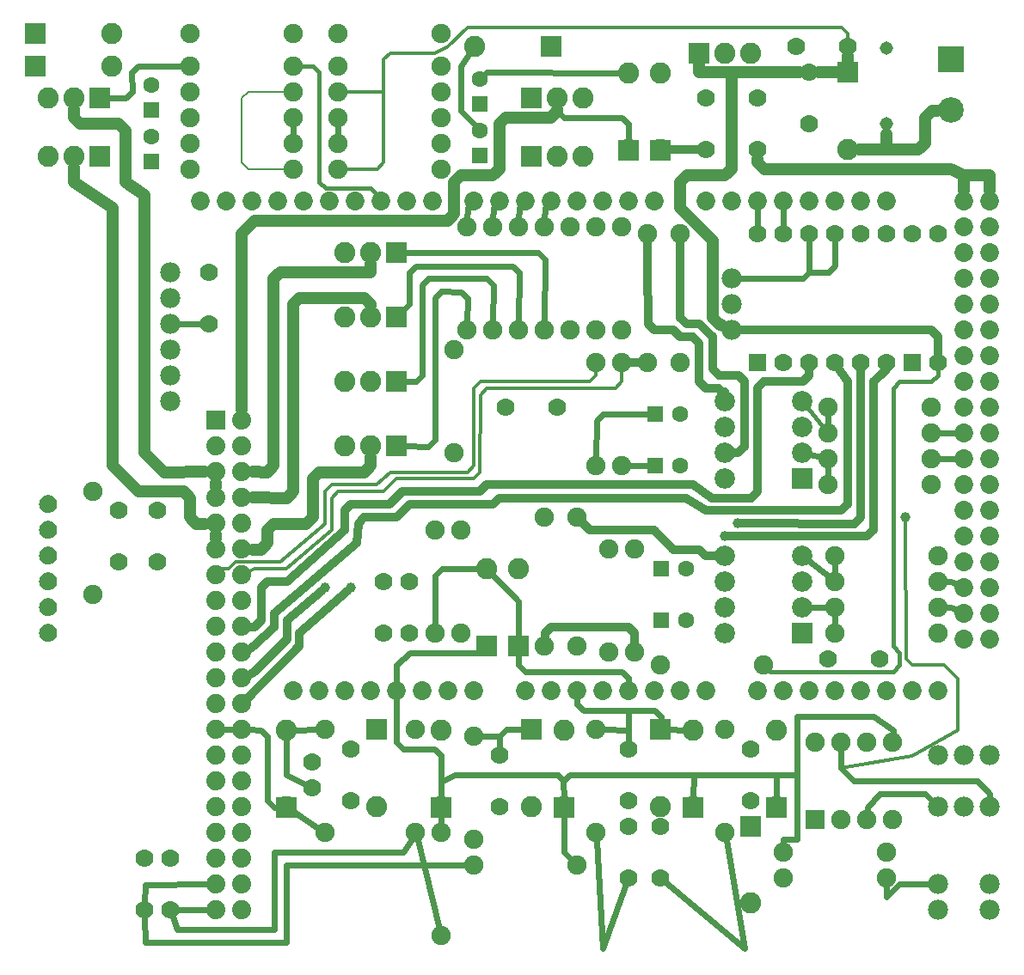
<source format=gtl>
G04 MADE WITH FRITZING*
G04 WWW.FRITZING.ORG*
G04 DOUBLE SIDED*
G04 HOLES PLATED*
G04 CONTOUR ON CENTER OF CONTOUR VECTOR*
%ASAXBY*%
%FSLAX23Y23*%
%MOIN*%
%OFA0B0*%
%SFA1.0B1.0*%
%ADD10C,0.070000*%
%ADD11C,0.039370*%
%ADD12C,0.075000*%
%ADD13C,0.074000*%
%ADD14C,0.072917*%
%ADD15C,0.082000*%
%ADD16C,0.078000*%
%ADD17C,0.051496*%
%ADD18C,0.079370*%
%ADD19C,0.062992*%
%ADD20C,0.099055*%
%ADD21R,0.070000X0.070000*%
%ADD22R,0.075000X0.075000*%
%ADD23R,0.074000X0.074000*%
%ADD24R,0.082000X0.082000*%
%ADD25R,0.079370X0.079370*%
%ADD26R,0.062992X0.062992*%
%ADD27R,0.099055X0.099055*%
%ADD28C,0.012000*%
%ADD29C,0.024000*%
%ADD30C,0.048000*%
%ADD31C,0.032000*%
%ADD32C,0.016000*%
%ADD33C,0.008000*%
%ADD34R,0.001000X0.001000*%
%LNCOPPER1*%
G90*
G70*
G54D10*
X3591Y3003D03*
X3591Y2503D03*
X3491Y3003D03*
X3491Y2503D03*
X3391Y3003D03*
X3391Y2503D03*
X3291Y3003D03*
X3291Y2503D03*
X3191Y3003D03*
X3191Y2503D03*
X3091Y3003D03*
X3091Y2503D03*
X2991Y3003D03*
X2991Y2503D03*
X2891Y3003D03*
X2891Y2503D03*
G54D11*
X3466Y1903D03*
G54D12*
X3116Y728D03*
X3116Y1028D03*
X3216Y728D03*
X3216Y1028D03*
X3316Y728D03*
X3316Y1028D03*
X3416Y728D03*
X3416Y1028D03*
G54D13*
X891Y2278D03*
X891Y2178D03*
X891Y2078D03*
X891Y1978D03*
X891Y1878D03*
X891Y1778D03*
X891Y1678D03*
X891Y1578D03*
X891Y1478D03*
X891Y1378D03*
X891Y1278D03*
X891Y1178D03*
X891Y1078D03*
X891Y978D03*
X891Y878D03*
X891Y778D03*
X891Y678D03*
X891Y578D03*
X891Y478D03*
X891Y378D03*
X791Y2278D03*
X791Y2178D03*
X791Y2078D03*
X791Y1978D03*
X791Y1878D03*
X791Y1778D03*
X791Y1678D03*
X791Y1578D03*
X791Y1478D03*
X791Y1378D03*
X791Y1278D03*
X791Y1178D03*
X791Y1078D03*
X791Y978D03*
X791Y878D03*
X791Y778D03*
X791Y678D03*
X791Y578D03*
X791Y478D03*
X791Y378D03*
G54D14*
X2991Y1228D03*
X1391Y1228D03*
X3091Y1228D03*
X3191Y1228D03*
X3291Y1228D03*
X3391Y1228D03*
X3691Y2628D03*
X3491Y1228D03*
X3591Y1228D03*
X1431Y3128D03*
X1991Y1228D03*
X2091Y1228D03*
X2191Y1228D03*
X2291Y1228D03*
X3691Y1828D03*
X2391Y1228D03*
X2491Y1228D03*
X2591Y1228D03*
X2691Y1228D03*
X2191Y3128D03*
X3691Y3028D03*
X3691Y2228D03*
X3691Y1428D03*
X1031Y3128D03*
X1791Y1228D03*
X1791Y3128D03*
X3691Y2828D03*
X3691Y2428D03*
X3691Y2028D03*
X3391Y3128D03*
X3691Y1628D03*
X3291Y3128D03*
X3191Y3128D03*
X3091Y3128D03*
X2991Y3128D03*
X2891Y3128D03*
X2791Y3128D03*
X2691Y3128D03*
X831Y3128D03*
X1231Y3128D03*
X1631Y3128D03*
X1191Y1228D03*
X1591Y1228D03*
X2391Y3128D03*
X1991Y3128D03*
X3691Y3128D03*
X3691Y2928D03*
X3691Y2728D03*
X3691Y2528D03*
X3691Y2328D03*
X3691Y2128D03*
X3691Y1928D03*
X3691Y1728D03*
X3691Y1528D03*
X731Y3128D03*
X931Y3128D03*
X1131Y3128D03*
X1331Y3128D03*
X1531Y3128D03*
X1091Y1228D03*
X1291Y1228D03*
X1491Y1228D03*
X1691Y1228D03*
X2491Y3128D03*
X2291Y3128D03*
X2091Y3128D03*
X1891Y3128D03*
X3791Y3128D03*
X3791Y3028D03*
X3791Y2928D03*
X3791Y2828D03*
X3791Y2728D03*
X3791Y2628D03*
X3791Y2528D03*
X3791Y2428D03*
X3791Y2328D03*
X3791Y2228D03*
X3791Y2128D03*
X3791Y2028D03*
X3791Y1928D03*
X3791Y1828D03*
X3791Y1728D03*
X3791Y1628D03*
X3791Y1528D03*
X3791Y1428D03*
X2891Y1228D03*
G54D10*
X141Y1953D03*
X141Y1853D03*
X141Y1753D03*
X141Y1653D03*
X141Y1553D03*
X141Y1453D03*
G54D15*
X1491Y2428D03*
X1391Y2428D03*
X1291Y2428D03*
X1491Y2928D03*
X1391Y2928D03*
X1291Y2928D03*
X1491Y2678D03*
X1391Y2678D03*
X1291Y2678D03*
X1491Y2178D03*
X1391Y2178D03*
X1291Y2178D03*
G54D10*
X1166Y953D03*
X1166Y853D03*
G54D12*
X1216Y678D03*
X1216Y1078D03*
G54D15*
X2516Y3328D03*
X2516Y3626D03*
G54D12*
X316Y2003D03*
X316Y1603D03*
G54D16*
X616Y2853D03*
X616Y2753D03*
X616Y2653D03*
X616Y2553D03*
X616Y2453D03*
X616Y2353D03*
X3591Y778D03*
X3691Y778D03*
X3791Y778D03*
X3791Y978D03*
X3691Y978D03*
X3591Y978D03*
X2791Y2828D03*
X2791Y2728D03*
X2791Y2628D03*
G54D12*
X2991Y603D03*
X3391Y603D03*
X2991Y503D03*
X3391Y503D03*
G54D16*
X3591Y478D03*
X3591Y378D03*
X3791Y478D03*
X3791Y378D03*
G54D12*
X3591Y1453D03*
X3191Y1453D03*
X2366Y3028D03*
X2366Y2628D03*
X2266Y3028D03*
X2266Y2628D03*
X3566Y2028D03*
X3166Y2028D03*
X3591Y1753D03*
X3191Y1753D03*
X2166Y3028D03*
X2166Y2628D03*
X1716Y2153D03*
X1716Y2553D03*
X3566Y2328D03*
X3166Y2328D03*
G54D15*
X2666Y3703D03*
X2766Y3703D03*
X2866Y3703D03*
G54D10*
X3041Y3728D03*
X3241Y3728D03*
X2891Y3528D03*
X2891Y3328D03*
X3091Y3428D03*
X3091Y3628D03*
X2691Y3528D03*
X2691Y3328D03*
G54D15*
X3241Y3628D03*
X3241Y3330D03*
G54D17*
X3391Y3428D03*
X3391Y3723D03*
X3391Y3428D03*
X3391Y3723D03*
G54D18*
X3066Y1453D03*
X2766Y1453D03*
X3066Y1553D03*
X2766Y1553D03*
X3066Y1653D03*
X2766Y1653D03*
X3066Y1753D03*
X2766Y1753D03*
X3066Y2053D03*
X2766Y2053D03*
X3066Y2153D03*
X2766Y2153D03*
X3066Y2253D03*
X2766Y2253D03*
X3066Y2353D03*
X2766Y2353D03*
G54D12*
X3591Y1553D03*
X3191Y1553D03*
X1866Y3028D03*
X1866Y2628D03*
X1966Y3028D03*
X1966Y2628D03*
X3566Y2128D03*
X3166Y2128D03*
X3591Y1653D03*
X3191Y1653D03*
X2066Y3028D03*
X2066Y2628D03*
X1766Y3028D03*
X1766Y2628D03*
X3566Y2228D03*
X3166Y2228D03*
G54D10*
X3366Y1353D03*
X3166Y1353D03*
G54D12*
X2066Y1403D03*
X2066Y1903D03*
G54D10*
X1916Y2328D03*
X2116Y2328D03*
G54D12*
X2591Y2503D03*
X2591Y3003D03*
X2191Y1903D03*
X2191Y1403D03*
X2466Y3003D03*
X2466Y2503D03*
X2416Y1778D03*
X2416Y1378D03*
X2266Y2103D03*
X2266Y2503D03*
X2316Y1778D03*
X2316Y1378D03*
X2366Y2103D03*
X2366Y2503D03*
G54D19*
X2518Y1703D03*
X2616Y1703D03*
X2493Y2303D03*
X2591Y2303D03*
X2518Y1503D03*
X2616Y1503D03*
X2493Y2103D03*
X2591Y2103D03*
G54D12*
X1741Y1853D03*
X1741Y1453D03*
X2191Y553D03*
X1791Y553D03*
X1666Y678D03*
X1666Y278D03*
G54D10*
X1891Y778D03*
X1891Y978D03*
X516Y578D03*
X516Y378D03*
X1316Y803D03*
X1316Y1003D03*
X616Y578D03*
X616Y378D03*
G54D12*
X1791Y653D03*
X1791Y1053D03*
X1566Y678D03*
X1566Y1078D03*
G54D15*
X2141Y778D03*
X2141Y1076D03*
X1416Y1078D03*
X1416Y780D03*
X1666Y778D03*
X1666Y1076D03*
X1066Y778D03*
X1066Y1076D03*
X1966Y1403D03*
X1966Y1701D03*
X2016Y1078D03*
X2016Y780D03*
G54D10*
X2866Y803D03*
X2866Y1003D03*
X566Y1728D03*
X566Y1928D03*
X2391Y803D03*
X2391Y1003D03*
X766Y2853D03*
X766Y2653D03*
X416Y1728D03*
X416Y1928D03*
X2516Y703D03*
X2516Y503D03*
X2391Y703D03*
X2391Y503D03*
G54D12*
X2766Y678D03*
X2766Y1078D03*
X2266Y678D03*
X2266Y1078D03*
G54D15*
X2966Y778D03*
X2966Y1076D03*
X2641Y778D03*
X2641Y1076D03*
X2866Y703D03*
X2866Y405D03*
X2516Y1078D03*
X2516Y780D03*
G54D12*
X2916Y1328D03*
X2516Y1328D03*
G54D10*
X1441Y1453D03*
X1441Y1653D03*
X1541Y1653D03*
X1541Y1453D03*
G54D12*
X1641Y1853D03*
X1641Y1453D03*
G54D15*
X1841Y1403D03*
X1841Y1701D03*
G54D12*
X1091Y3253D03*
X691Y3253D03*
X1266Y3253D03*
X1666Y3253D03*
X1091Y3553D03*
X691Y3553D03*
X1265Y3552D03*
X1665Y3552D03*
G54D19*
X542Y3281D03*
X542Y3379D03*
X1816Y3305D03*
X1816Y3403D03*
X542Y3481D03*
X542Y3579D03*
X1816Y3505D03*
X1816Y3603D03*
G54D15*
X91Y3653D03*
X389Y3653D03*
X2091Y3728D03*
X1793Y3728D03*
X91Y3778D03*
X389Y3778D03*
X2391Y3328D03*
X2391Y3626D03*
X341Y3303D03*
X241Y3303D03*
X141Y3303D03*
X2016Y3303D03*
X2116Y3303D03*
X2216Y3303D03*
X342Y3529D03*
X242Y3529D03*
X142Y3529D03*
X2016Y3528D03*
X2116Y3528D03*
X2216Y3528D03*
G54D12*
X1091Y3353D03*
X691Y3353D03*
X1265Y3352D03*
X1665Y3352D03*
X1091Y3653D03*
X691Y3653D03*
X1265Y3652D03*
X1665Y3652D03*
X1091Y3453D03*
X691Y3453D03*
X1265Y3452D03*
X1665Y3452D03*
X1091Y3778D03*
X691Y3778D03*
X1266Y3778D03*
X1666Y3778D03*
G54D20*
X3641Y3678D03*
X3641Y3481D03*
G54D11*
X2816Y1878D03*
X2766Y1828D03*
X1216Y1628D03*
X1316Y1628D03*
G54D21*
X2891Y2503D03*
X3491Y2503D03*
G54D22*
X3116Y728D03*
G54D23*
X791Y2278D03*
G54D24*
X1491Y2428D03*
X1491Y2928D03*
X1491Y2678D03*
X1491Y2178D03*
X2516Y3327D03*
X2666Y3703D03*
X3241Y3629D03*
G54D25*
X3066Y1453D03*
X3066Y2053D03*
G54D26*
X2518Y1703D03*
X2493Y2303D03*
X2518Y1503D03*
X2493Y2103D03*
G54D24*
X2141Y777D03*
X1416Y1079D03*
X1666Y777D03*
X1066Y777D03*
X1966Y1402D03*
X2016Y1079D03*
X2966Y777D03*
X2641Y777D03*
X2866Y704D03*
X2516Y1079D03*
X1841Y1402D03*
G54D26*
X542Y3281D03*
X1816Y3305D03*
X542Y3481D03*
X1816Y3505D03*
G54D24*
X90Y3653D03*
X2092Y3728D03*
X90Y3778D03*
X2391Y3327D03*
X341Y3303D03*
X2016Y3303D03*
X342Y3529D03*
X2016Y3528D03*
G54D27*
X3641Y3678D03*
G54D28*
X3467Y1352D02*
X3466Y1890D01*
D02*
X3491Y1328D02*
X3467Y1352D01*
D02*
X3616Y1328D02*
X3491Y1328D01*
D02*
X3667Y1277D02*
X3616Y1328D01*
D02*
X3667Y1077D02*
X3667Y1277D01*
G54D29*
D02*
X3191Y2879D02*
X3191Y2977D01*
D02*
X3167Y2852D02*
X3191Y2879D01*
D02*
X3067Y2828D02*
X3091Y2852D01*
D02*
X3091Y2852D02*
X3167Y2852D01*
D02*
X3091Y2852D02*
X3091Y2977D01*
D02*
X2821Y2828D02*
X3067Y2828D01*
D02*
X2991Y3098D02*
X2991Y3029D01*
D02*
X2891Y3098D02*
X2891Y3029D01*
D02*
X3642Y1552D02*
X3620Y1553D01*
D02*
X3642Y1652D02*
X3620Y1653D01*
D02*
X3664Y1642D02*
X3642Y1652D01*
D02*
X3664Y1542D02*
X3642Y1552D01*
G54D30*
D02*
X1067Y1977D02*
X1091Y2004D01*
D02*
X991Y2077D02*
X1016Y2104D01*
D02*
X1042Y2852D02*
X1391Y2852D01*
D02*
X1367Y2752D02*
X1391Y2728D01*
D02*
X1391Y2728D02*
X1391Y2721D01*
D02*
X1116Y2752D02*
X1367Y2752D01*
D02*
X1091Y2004D02*
X1091Y2728D01*
D02*
X1091Y2728D02*
X1116Y2752D01*
D02*
X933Y1978D02*
X1067Y1977D01*
D02*
X1016Y2104D02*
X1016Y2828D01*
D02*
X933Y2078D02*
X991Y2077D01*
D02*
X1391Y2852D02*
X1391Y2885D01*
D02*
X1016Y2828D02*
X1042Y2852D01*
G54D28*
D02*
X3491Y977D02*
X3667Y1077D01*
D02*
X3216Y928D02*
X3491Y977D01*
D02*
X2266Y2453D02*
X2266Y2480D01*
D02*
X2240Y2428D02*
X2266Y2453D01*
D02*
X1816Y2077D02*
X1817Y2377D01*
D02*
X1817Y2428D02*
X2240Y2428D01*
D02*
X1791Y2104D02*
X1791Y2403D01*
D02*
X1791Y2403D02*
X1817Y2428D01*
D02*
X1791Y2052D02*
X1816Y2077D01*
D02*
X1440Y2004D02*
X1491Y2052D01*
D02*
X1266Y2003D02*
X1440Y2004D01*
D02*
X1491Y2052D02*
X1791Y2052D01*
D02*
X1242Y1977D02*
X1266Y2003D01*
D02*
X1767Y2077D02*
X1791Y2104D01*
D02*
X1416Y2028D02*
X1467Y2077D01*
D02*
X1467Y2077D02*
X1767Y2077D01*
D02*
X1242Y2028D02*
X1416Y2028D01*
D02*
X842Y1704D02*
X867Y1728D01*
D02*
X816Y1704D02*
X842Y1704D01*
D02*
X1216Y1877D02*
X1216Y2004D01*
D02*
X1216Y2004D02*
X1242Y2028D01*
D02*
X1042Y1728D02*
X1216Y1877D01*
D02*
X867Y1728D02*
X1042Y1728D01*
D02*
X809Y1696D02*
X816Y1704D01*
G54D30*
D02*
X1367Y2077D02*
X1391Y2104D01*
D02*
X1191Y2077D02*
X1367Y2077D01*
D02*
X1016Y1877D02*
X1142Y1877D01*
D02*
X1142Y1877D02*
X1167Y1904D01*
D02*
X967Y1777D02*
X991Y1804D01*
D02*
X991Y1804D02*
X991Y1852D01*
D02*
X991Y1852D02*
X1016Y1877D01*
D02*
X1167Y1904D02*
X1167Y2052D01*
D02*
X1167Y2052D02*
X1191Y2077D01*
D02*
X1391Y2104D02*
X1391Y2135D01*
D02*
X933Y1777D02*
X967Y1777D01*
D02*
X791Y1836D02*
X791Y1820D01*
G54D28*
D02*
X2366Y2428D02*
X2366Y2480D01*
D02*
X2340Y2403D02*
X2366Y2428D01*
D02*
X2217Y2403D02*
X2340Y2403D01*
D02*
X1842Y2403D02*
X2217Y2403D01*
D02*
X1817Y2377D02*
X1842Y2403D01*
D02*
X942Y1703D02*
X1066Y1703D01*
D02*
X1242Y1853D02*
X1242Y1977D01*
D02*
X1066Y1703D02*
X1242Y1853D01*
D02*
X914Y1689D02*
X942Y1703D01*
G54D31*
D02*
X3566Y2628D02*
X3591Y2603D01*
D02*
X2827Y2628D02*
X3566Y2628D01*
D02*
X3591Y2603D02*
X3591Y2535D01*
G54D32*
D02*
X3566Y2428D02*
X3591Y2453D01*
D02*
X3442Y2428D02*
X3566Y2428D01*
D02*
X2942Y1303D02*
X3417Y1303D01*
D02*
X3417Y1303D02*
X3440Y1328D01*
D02*
X3440Y1328D02*
X3440Y1377D01*
D02*
X3440Y1377D02*
X3417Y1403D01*
D02*
X3417Y2403D02*
X3442Y2428D01*
D02*
X3417Y1403D02*
X3417Y2403D01*
D02*
X3591Y2453D02*
X3591Y2482D01*
D02*
X2933Y1312D02*
X2942Y1303D01*
G54D29*
D02*
X966Y1077D02*
X922Y1078D01*
G54D30*
D02*
X791Y2036D02*
X791Y2020D01*
G54D29*
D02*
X517Y477D02*
X760Y478D01*
D02*
X516Y404D02*
X517Y477D01*
D02*
X642Y378D02*
X760Y378D01*
D02*
X1093Y760D02*
X1192Y694D01*
D02*
X991Y803D02*
X1017Y777D01*
D02*
X1017Y777D02*
X1034Y778D01*
D02*
X991Y1053D02*
X991Y803D01*
D02*
X966Y1077D02*
X991Y1053D01*
D02*
X822Y1078D02*
X860Y1078D01*
D02*
X1491Y1028D02*
X1517Y1002D01*
D02*
X1517Y1002D02*
X1639Y1002D01*
D02*
X1639Y1002D02*
X1665Y980D01*
D02*
X1665Y980D02*
X1665Y876D01*
D02*
X1491Y1198D02*
X1491Y1028D01*
D02*
X1991Y1303D02*
X1966Y1328D01*
D02*
X2366Y1303D02*
X1991Y1303D01*
D02*
X1966Y1328D02*
X1966Y1371D01*
D02*
X2391Y1258D02*
X2391Y1278D01*
D02*
X2391Y1278D02*
X2366Y1303D01*
D02*
X3661Y2128D02*
X3595Y2128D01*
D02*
X3595Y2228D02*
X3661Y2228D01*
G54D31*
D02*
X2566Y2628D02*
X2491Y2628D01*
D02*
X2467Y2652D02*
X2465Y2876D01*
D02*
X2491Y2628D02*
X2467Y2652D01*
D02*
X2465Y2876D02*
X2466Y2969D01*
G54D29*
D02*
X1542Y2853D02*
X1567Y2877D01*
G54D31*
D02*
X2691Y2403D02*
X2666Y2428D01*
D02*
X2740Y2403D02*
X2691Y2403D01*
D02*
X2666Y2428D02*
X2666Y2577D01*
D02*
X2666Y2577D02*
X2642Y2603D01*
D02*
X2642Y2603D02*
X2591Y2603D01*
D02*
X2766Y2377D02*
X2740Y2403D01*
D02*
X2591Y2603D02*
X2566Y2628D01*
G54D29*
D02*
X1542Y2728D02*
X1542Y2853D01*
D02*
X1514Y2701D02*
X1542Y2728D01*
D02*
X1567Y2877D02*
X1942Y2877D01*
G54D31*
D02*
X2766Y2389D02*
X2766Y2377D01*
G54D29*
D02*
X1567Y2428D02*
X1591Y2453D01*
D02*
X1591Y2453D02*
X1591Y2803D01*
D02*
X1591Y2803D02*
X1616Y2828D01*
D02*
X1616Y2828D02*
X1842Y2828D01*
D02*
X1842Y2828D02*
X1867Y2803D01*
D02*
X1967Y2853D02*
X1966Y2657D01*
D02*
X1967Y3103D02*
X1970Y3107D01*
D02*
X1966Y3057D02*
X1967Y3103D01*
D02*
X2067Y3103D02*
X2070Y3107D01*
D02*
X2066Y3057D02*
X2067Y3103D01*
D02*
X1942Y2877D02*
X1967Y2853D01*
D02*
X1523Y2428D02*
X1567Y2428D01*
D02*
X1867Y2803D02*
X1866Y2657D01*
D02*
X1767Y3103D02*
X1770Y3107D01*
D02*
X1867Y3103D02*
X1870Y3107D01*
D02*
X1866Y3057D02*
X1867Y3103D01*
D02*
X1766Y3057D02*
X1767Y3103D01*
G54D28*
D02*
X3217Y3802D02*
X3241Y3778D01*
D02*
X3241Y3778D02*
X3241Y3749D01*
D02*
X1441Y3678D02*
X1441Y3552D01*
D02*
X1641Y3704D02*
X1691Y3728D01*
D02*
X1691Y3728D02*
X1767Y3802D01*
D02*
X1767Y3802D02*
X3217Y3802D01*
D02*
X1441Y3552D02*
X1441Y3278D01*
D02*
X1441Y3278D02*
X1417Y3254D01*
D02*
X1467Y3704D02*
X1641Y3704D01*
D02*
X1467Y3704D02*
X1441Y3678D01*
G54D30*
D02*
X3241Y3671D02*
X3241Y3691D01*
D02*
X3515Y3328D02*
X3541Y3352D01*
D02*
X3541Y3452D02*
X3567Y3478D01*
D02*
X3567Y3478D02*
X3589Y3479D01*
D02*
X3541Y3352D02*
X3541Y3452D01*
D02*
X3391Y3328D02*
X3515Y3328D01*
G54D33*
D02*
X891Y3528D02*
X891Y3278D01*
G54D28*
D02*
X1417Y3254D02*
X1289Y3253D01*
G54D33*
D02*
X917Y3252D02*
X1068Y3253D01*
G54D28*
D02*
X1441Y3552D02*
X1288Y3552D01*
G54D33*
D02*
X891Y3278D02*
X917Y3252D01*
D02*
X1068Y3553D02*
X917Y3552D01*
D02*
X917Y3552D02*
X891Y3528D01*
G54D30*
D02*
X2740Y2653D02*
X2754Y2646D01*
D02*
X2717Y2677D02*
X2740Y2653D01*
D02*
X2717Y2977D02*
X2717Y2677D01*
D02*
X2666Y3028D02*
X2717Y2977D01*
D02*
X2591Y3103D02*
X2666Y3028D01*
D02*
X2591Y3203D02*
X2591Y3103D01*
D02*
X2766Y3228D02*
X2617Y3228D01*
D02*
X2791Y3253D02*
X2766Y3228D01*
D02*
X2617Y3228D02*
X2591Y3203D01*
D02*
X2791Y3628D02*
X2791Y3253D01*
D02*
X2791Y3628D02*
X3054Y3628D01*
D02*
X2666Y3660D02*
X2665Y3628D01*
D02*
X2665Y3628D02*
X2791Y3628D01*
G54D29*
D02*
X1741Y3654D02*
X1775Y3702D01*
D02*
X1742Y3479D02*
X1741Y3654D01*
D02*
X1797Y3422D02*
X1742Y3479D01*
D02*
X2391Y3428D02*
X2366Y3453D01*
D02*
X2141Y3453D02*
X2116Y3478D01*
D02*
X2366Y3453D02*
X2141Y3453D01*
D02*
X2391Y3360D02*
X2391Y3428D01*
D02*
X2116Y3478D02*
X2116Y3496D01*
D02*
X440Y3528D02*
X374Y3529D01*
D02*
X467Y3552D02*
X440Y3528D01*
D02*
X465Y3628D02*
X467Y3552D01*
D02*
X491Y3654D02*
X465Y3628D01*
D02*
X663Y3653D02*
X491Y3654D01*
D02*
X1841Y3628D02*
X1835Y3622D01*
D02*
X2359Y3626D02*
X1841Y3628D01*
D02*
X3216Y928D02*
X3216Y999D01*
D02*
X3265Y880D02*
X3216Y928D01*
D02*
X3791Y828D02*
X3743Y880D01*
D02*
X3743Y880D02*
X3265Y880D01*
D02*
X3791Y808D02*
X3791Y828D01*
D02*
X1742Y2777D02*
X1767Y2753D01*
D02*
X1767Y2753D02*
X1766Y2657D01*
D02*
X1616Y2177D02*
X1642Y2203D01*
D02*
X1642Y2203D02*
X1641Y2453D01*
D02*
X1641Y2453D02*
X1641Y2753D01*
D02*
X1641Y2753D02*
X1666Y2779D01*
D02*
X1667Y2779D02*
X1742Y2777D01*
D02*
X1523Y2178D02*
X1616Y2177D01*
D02*
X2042Y2928D02*
X1523Y2928D01*
D02*
X2066Y2657D02*
X2067Y2903D01*
D02*
X2067Y2903D02*
X2042Y2928D01*
G54D31*
D02*
X2554Y3328D02*
X2660Y3328D01*
G54D29*
D02*
X1143Y864D02*
X1065Y902D01*
D02*
X1065Y902D02*
X1066Y1044D01*
D02*
X1188Y1078D02*
X1098Y1076D01*
G54D31*
D02*
X2241Y1853D02*
X2215Y1879D01*
D02*
X2491Y1853D02*
X2241Y1853D01*
D02*
X2566Y1777D02*
X2491Y1853D01*
D02*
X2666Y1777D02*
X2566Y1777D01*
D02*
X2691Y1753D02*
X2666Y1777D01*
D02*
X2730Y1753D02*
X2691Y1753D01*
G54D29*
D02*
X1666Y707D02*
X1666Y746D01*
G54D31*
D02*
X2842Y2428D02*
X2842Y2177D01*
D02*
X2742Y2453D02*
X2817Y2453D01*
D02*
X2717Y2479D02*
X2742Y2453D01*
D02*
X2842Y2177D02*
X2816Y2152D01*
D02*
X2717Y2603D02*
X2717Y2479D01*
D02*
X2617Y2653D02*
X2666Y2653D01*
D02*
X2666Y2653D02*
X2717Y2603D01*
D02*
X2817Y2453D02*
X2842Y2428D01*
D02*
X2816Y2152D02*
X2803Y2153D01*
D02*
X2591Y2677D02*
X2617Y2653D01*
D02*
X2591Y2969D02*
X2591Y2677D01*
G54D29*
D02*
X646Y2653D02*
X740Y2653D01*
D02*
X3541Y828D02*
X3570Y799D01*
D02*
X3365Y828D02*
X3541Y828D01*
D02*
X3317Y776D02*
X3365Y828D01*
D02*
X3317Y757D02*
X3317Y776D01*
D02*
X3391Y428D02*
X3391Y474D01*
D02*
X3441Y478D02*
X3391Y428D01*
D02*
X3561Y478D02*
X3441Y478D01*
G54D30*
D02*
X3391Y3328D02*
X3284Y3329D01*
D02*
X3391Y3390D02*
X3391Y3328D01*
G54D29*
D02*
X3191Y1724D02*
X3191Y1682D01*
D02*
X3166Y2328D02*
X3166Y2257D01*
D02*
X3191Y1524D02*
X3191Y1482D01*
D02*
X3166Y2099D02*
X3166Y2057D01*
D02*
X1543Y1376D02*
X1817Y1376D01*
D02*
X1817Y1376D02*
X1820Y1379D01*
D02*
X3097Y1553D02*
X3163Y1553D01*
D02*
X3090Y1734D02*
X3169Y1671D01*
G54D30*
D02*
X3791Y3228D02*
X3791Y3169D01*
D02*
X3691Y3228D02*
X3791Y3228D01*
D02*
X2917Y3252D02*
X2891Y3278D01*
D02*
X3641Y3252D02*
X2917Y3252D01*
D02*
X2891Y3278D02*
X2891Y3291D01*
D02*
X3691Y3228D02*
X3641Y3252D01*
D02*
X3691Y3169D02*
X3691Y3228D01*
D02*
X3128Y3628D02*
X3198Y3628D01*
G54D29*
D02*
X3096Y2146D02*
X3138Y2135D01*
G54D32*
D02*
X3085Y2329D02*
X3148Y2250D01*
G54D31*
D02*
X2400Y2503D02*
X2432Y2503D01*
G54D29*
D02*
X2466Y2103D02*
X2395Y2103D01*
D02*
X2291Y2303D02*
X2267Y2277D01*
D02*
X2267Y2277D02*
X2266Y2132D01*
D02*
X2466Y2303D02*
X2291Y2303D01*
D02*
X1091Y3424D02*
X1091Y3382D01*
D02*
X1265Y3423D02*
X1265Y3381D01*
D02*
X2771Y650D02*
X2841Y228D01*
D02*
X2841Y228D02*
X2536Y486D01*
D02*
X517Y253D02*
X1066Y253D01*
D02*
X1066Y253D02*
X1066Y553D01*
D02*
X1066Y553D02*
X1763Y553D01*
D02*
X516Y352D02*
X517Y253D01*
D02*
X2142Y603D02*
X2171Y573D01*
D02*
X2141Y746D02*
X2142Y603D01*
D02*
X2291Y228D02*
X2268Y649D01*
D02*
X2382Y478D02*
X2291Y228D01*
D02*
X2391Y1076D02*
X2391Y1029D01*
D02*
X2391Y1154D02*
X2391Y1076D01*
D02*
X2217Y1154D02*
X2391Y1154D01*
D02*
X2191Y1176D02*
X2217Y1154D01*
D02*
X2191Y1198D02*
X2191Y1176D01*
D02*
X2517Y1128D02*
X2517Y1110D01*
D02*
X2491Y1154D02*
X2517Y1128D01*
D02*
X2391Y1154D02*
X2491Y1154D01*
D02*
X2609Y1077D02*
X2548Y1078D01*
D02*
X642Y303D02*
X1017Y303D01*
D02*
X1017Y303D02*
X1017Y603D01*
D02*
X625Y353D02*
X642Y303D01*
D02*
X1573Y650D02*
X1659Y306D01*
D02*
X1491Y1328D02*
X1543Y1376D01*
D02*
X1491Y1258D02*
X1491Y1328D01*
D02*
X1517Y603D02*
X1550Y654D01*
D02*
X1017Y603D02*
X1517Y603D01*
G54D32*
D02*
X1419Y3149D02*
X1417Y3153D01*
D02*
X1417Y3153D02*
X1391Y3178D01*
D02*
X1217Y3178D02*
X1191Y3204D01*
D02*
X1391Y3178D02*
X1217Y3178D01*
D02*
X1191Y3204D02*
X1191Y3628D01*
D02*
X1191Y3628D02*
X1167Y3652D01*
D02*
X1167Y3652D02*
X1114Y3653D01*
G54D30*
D02*
X516Y3152D02*
X440Y3204D01*
D02*
X516Y2152D02*
X516Y3152D01*
D02*
X591Y2077D02*
X516Y2152D01*
D02*
X749Y2078D02*
X591Y2077D01*
D02*
X440Y3204D02*
X441Y3403D01*
D02*
X441Y3403D02*
X416Y3428D01*
D02*
X266Y3428D02*
X241Y3453D01*
D02*
X241Y3453D02*
X242Y3486D01*
D02*
X416Y3428D02*
X266Y3428D01*
D02*
X1866Y3228D02*
X1891Y3253D01*
D02*
X891Y2320D02*
X891Y3004D01*
D02*
X891Y3004D02*
X942Y3052D01*
D02*
X942Y3052D02*
X1691Y3053D01*
D02*
X1691Y3053D02*
X1716Y3078D01*
D02*
X1716Y3078D02*
X1716Y3203D01*
D02*
X1716Y3203D02*
X1741Y3228D01*
D02*
X1741Y3228D02*
X1866Y3228D01*
D02*
X2116Y3478D02*
X2116Y3485D01*
D02*
X2091Y3453D02*
X2116Y3478D01*
D02*
X1916Y3453D02*
X2091Y3453D01*
D02*
X1891Y3428D02*
X1916Y3453D01*
D02*
X1891Y3253D02*
X1891Y3428D01*
D02*
X691Y1977D02*
X667Y2004D01*
D02*
X691Y1904D02*
X691Y1977D01*
D02*
X716Y1877D02*
X691Y1904D01*
D02*
X667Y2004D02*
X491Y2004D01*
D02*
X491Y2004D02*
X391Y2104D01*
D02*
X749Y1877D02*
X716Y1877D01*
D02*
X391Y3104D02*
X241Y3203D01*
D02*
X241Y3203D02*
X241Y3260D01*
D02*
X391Y2104D02*
X391Y3104D01*
G54D29*
D02*
X1917Y1080D02*
X1891Y1054D01*
D02*
X1891Y1054D02*
X1820Y1053D01*
D02*
X1984Y1079D02*
X1917Y1080D01*
D02*
X1891Y1054D02*
X1891Y1004D01*
D02*
X2391Y1076D02*
X2295Y1078D01*
D02*
X2965Y902D02*
X2966Y810D01*
D02*
X2965Y902D02*
X2643Y902D01*
D02*
X3043Y1128D02*
X3043Y902D01*
D02*
X2165Y902D02*
X2139Y880D01*
D02*
X1717Y902D02*
X1665Y876D01*
D02*
X3417Y1076D02*
X3417Y1057D01*
D02*
X2117Y902D02*
X1717Y902D01*
D02*
X3043Y902D02*
X2965Y902D01*
D02*
X2643Y902D02*
X2642Y810D01*
D02*
X2139Y880D02*
X2141Y810D01*
D02*
X3043Y1128D02*
X3341Y1128D01*
D02*
X3341Y1128D02*
X3417Y1076D01*
D02*
X3043Y654D02*
X3043Y902D01*
D02*
X2991Y654D02*
X3043Y654D01*
D02*
X2991Y632D02*
X2991Y654D01*
D02*
X2643Y902D02*
X2165Y902D01*
D02*
X2139Y880D02*
X2117Y902D01*
D02*
X1665Y876D02*
X1666Y810D01*
D02*
X1966Y1577D02*
X1864Y1678D01*
D02*
X1966Y1435D02*
X1966Y1577D01*
D02*
X1667Y1704D02*
X1809Y1701D01*
D02*
X1642Y1677D02*
X1667Y1704D01*
D02*
X1641Y1482D02*
X1642Y1677D01*
G54D31*
D02*
X2416Y1412D02*
X2416Y1452D01*
D02*
X2391Y1477D02*
X2091Y1477D01*
D02*
X2091Y1477D02*
X2067Y1452D01*
D02*
X2416Y1452D02*
X2391Y1477D01*
D02*
X2067Y1452D02*
X2067Y1437D01*
D02*
X1067Y1652D02*
X1291Y1853D01*
D02*
X991Y1652D02*
X1067Y1652D01*
D02*
X967Y1628D02*
X991Y1652D01*
D02*
X1291Y1853D02*
X1291Y1928D01*
D02*
X1316Y1952D02*
X1466Y1953D01*
D02*
X1842Y2028D02*
X2642Y2028D01*
D02*
X942Y1477D02*
X967Y1504D01*
D02*
X2642Y2028D02*
X2716Y1977D01*
D02*
X1466Y1953D02*
X1516Y2003D01*
D02*
X1516Y2003D02*
X1816Y2004D01*
D02*
X1816Y2004D02*
X1842Y2028D01*
D02*
X2867Y1977D02*
X2891Y2004D01*
D02*
X1291Y1928D02*
X1316Y1952D01*
D02*
X922Y1477D02*
X942Y1477D01*
D02*
X967Y1504D02*
X967Y1628D01*
D02*
X2716Y1977D02*
X2867Y1977D01*
D02*
X2891Y2004D02*
X2891Y2404D01*
D02*
X3067Y2428D02*
X3091Y2452D01*
D02*
X2891Y2404D02*
X2916Y2428D01*
D02*
X2916Y2428D02*
X3067Y2428D01*
D02*
X3091Y2452D02*
X3091Y2477D01*
D02*
X1339Y1802D02*
X1343Y1876D01*
D02*
X1343Y1876D02*
X1365Y1902D01*
D02*
X1017Y1528D02*
X1339Y1802D01*
D02*
X1017Y1476D02*
X1017Y1528D01*
D02*
X939Y1402D02*
X1017Y1476D01*
D02*
X3242Y2428D02*
X3209Y2477D01*
D02*
X1365Y1902D02*
X1491Y1902D01*
D02*
X3216Y1928D02*
X3242Y1952D01*
D02*
X924Y1394D02*
X939Y1402D01*
D02*
X3242Y1952D02*
X3242Y2428D01*
D02*
X2691Y1928D02*
X3216Y1928D01*
D02*
X1491Y1902D02*
X1543Y1954D01*
D02*
X1865Y1954D02*
X1891Y1976D01*
D02*
X2616Y1977D02*
X2691Y1928D01*
D02*
X1543Y1954D02*
X1865Y1954D01*
D02*
X1891Y1976D02*
X2616Y1977D01*
D02*
X3291Y1904D02*
X3291Y2477D01*
D02*
X3267Y1877D02*
X3291Y1904D01*
D02*
X2835Y1878D02*
X3267Y1877D01*
D02*
X3342Y2428D02*
X3367Y2452D01*
D02*
X3367Y2452D02*
X3391Y2477D01*
D02*
X3391Y2477D02*
X3391Y2477D01*
D02*
X2785Y1828D02*
X3316Y1828D01*
D02*
X3342Y1852D02*
X3342Y2428D01*
D02*
X3316Y1828D02*
X3342Y1852D01*
D02*
X1067Y1428D02*
X1067Y1504D01*
D02*
X942Y1304D02*
X1067Y1428D01*
D02*
X1067Y1504D02*
X1202Y1616D01*
D02*
X924Y1294D02*
X942Y1304D01*
D02*
X1116Y1404D02*
X1116Y1452D01*
D02*
X1116Y1452D02*
X1302Y1616D01*
D02*
X917Y1204D02*
X1116Y1404D01*
G54D34*
X136Y1988D02*
X146Y1988D01*
X132Y1987D02*
X150Y1987D01*
X129Y1986D02*
X152Y1986D01*
X127Y1985D02*
X154Y1985D01*
X125Y1984D02*
X156Y1984D01*
X123Y1983D02*
X158Y1983D01*
X122Y1982D02*
X159Y1982D01*
X121Y1981D02*
X161Y1981D01*
X119Y1980D02*
X162Y1980D01*
X118Y1979D02*
X163Y1979D01*
X117Y1978D02*
X164Y1978D01*
X116Y1977D02*
X165Y1977D01*
X115Y1976D02*
X166Y1976D01*
X114Y1975D02*
X167Y1975D01*
X114Y1974D02*
X168Y1974D01*
X113Y1973D02*
X168Y1973D01*
X112Y1972D02*
X169Y1972D01*
X112Y1971D02*
X170Y1971D01*
X111Y1970D02*
X170Y1970D01*
X110Y1969D02*
X171Y1969D01*
X110Y1968D02*
X136Y1968D01*
X146Y1968D02*
X172Y1968D01*
X109Y1967D02*
X133Y1967D01*
X149Y1967D02*
X172Y1967D01*
X109Y1966D02*
X131Y1966D01*
X151Y1966D02*
X172Y1966D01*
X108Y1965D02*
X130Y1965D01*
X152Y1965D02*
X173Y1965D01*
X108Y1964D02*
X129Y1964D01*
X153Y1964D02*
X173Y1964D01*
X108Y1963D02*
X128Y1963D01*
X154Y1963D02*
X174Y1963D01*
X107Y1962D02*
X127Y1962D01*
X154Y1962D02*
X174Y1962D01*
X107Y1961D02*
X127Y1961D01*
X155Y1961D02*
X174Y1961D01*
X107Y1960D02*
X126Y1960D01*
X155Y1960D02*
X174Y1960D01*
X107Y1959D02*
X126Y1959D01*
X155Y1959D02*
X175Y1959D01*
X107Y1958D02*
X126Y1958D01*
X156Y1958D02*
X175Y1958D01*
X106Y1957D02*
X125Y1957D01*
X156Y1957D02*
X175Y1957D01*
X106Y1956D02*
X125Y1956D01*
X156Y1956D02*
X175Y1956D01*
X106Y1955D02*
X125Y1955D01*
X156Y1955D02*
X175Y1955D01*
X106Y1954D02*
X125Y1954D01*
X156Y1954D02*
X175Y1954D01*
X106Y1953D02*
X125Y1953D01*
X156Y1953D02*
X175Y1953D01*
X106Y1952D02*
X125Y1952D01*
X156Y1952D02*
X175Y1952D01*
X106Y1951D02*
X125Y1951D01*
X156Y1951D02*
X175Y1951D01*
X106Y1950D02*
X125Y1950D01*
X156Y1950D02*
X175Y1950D01*
X107Y1949D02*
X126Y1949D01*
X156Y1949D02*
X175Y1949D01*
X107Y1948D02*
X126Y1948D01*
X155Y1948D02*
X175Y1948D01*
X107Y1947D02*
X126Y1947D01*
X155Y1947D02*
X174Y1947D01*
X107Y1946D02*
X127Y1946D01*
X155Y1946D02*
X174Y1946D01*
X107Y1945D02*
X127Y1945D01*
X154Y1945D02*
X174Y1945D01*
X108Y1944D02*
X128Y1944D01*
X154Y1944D02*
X174Y1944D01*
X108Y1943D02*
X129Y1943D01*
X153Y1943D02*
X173Y1943D01*
X109Y1942D02*
X130Y1942D01*
X152Y1942D02*
X173Y1942D01*
X109Y1941D02*
X131Y1941D01*
X150Y1941D02*
X172Y1941D01*
X109Y1940D02*
X133Y1940D01*
X149Y1940D02*
X172Y1940D01*
X110Y1939D02*
X136Y1939D01*
X145Y1939D02*
X171Y1939D01*
X110Y1938D02*
X171Y1938D01*
X111Y1937D02*
X170Y1937D01*
X112Y1936D02*
X170Y1936D01*
X112Y1935D02*
X169Y1935D01*
X113Y1934D02*
X168Y1934D01*
X114Y1933D02*
X168Y1933D01*
X115Y1932D02*
X167Y1932D01*
X115Y1931D02*
X166Y1931D01*
X116Y1930D02*
X165Y1930D01*
X117Y1929D02*
X164Y1929D01*
X118Y1928D02*
X163Y1928D01*
X119Y1927D02*
X162Y1927D01*
X121Y1926D02*
X161Y1926D01*
X122Y1925D02*
X159Y1925D01*
X124Y1924D02*
X158Y1924D01*
X125Y1923D02*
X156Y1923D01*
X127Y1922D02*
X154Y1922D01*
X129Y1921D02*
X152Y1921D01*
X132Y1920D02*
X149Y1920D01*
X136Y1919D02*
X145Y1919D01*
X136Y1888D02*
X146Y1888D01*
X132Y1887D02*
X150Y1887D01*
X129Y1886D02*
X152Y1886D01*
X127Y1885D02*
X154Y1885D01*
X125Y1884D02*
X156Y1884D01*
X123Y1883D02*
X158Y1883D01*
X122Y1882D02*
X159Y1882D01*
X121Y1881D02*
X161Y1881D01*
X119Y1880D02*
X162Y1880D01*
X118Y1879D02*
X163Y1879D01*
X117Y1878D02*
X164Y1878D01*
X116Y1877D02*
X165Y1877D01*
X115Y1876D02*
X166Y1876D01*
X114Y1875D02*
X167Y1875D01*
X114Y1874D02*
X168Y1874D01*
X113Y1873D02*
X168Y1873D01*
X112Y1872D02*
X169Y1872D01*
X112Y1871D02*
X170Y1871D01*
X111Y1870D02*
X170Y1870D01*
X110Y1869D02*
X171Y1869D01*
X110Y1868D02*
X136Y1868D01*
X146Y1868D02*
X172Y1868D01*
X109Y1867D02*
X133Y1867D01*
X149Y1867D02*
X172Y1867D01*
X109Y1866D02*
X131Y1866D01*
X151Y1866D02*
X172Y1866D01*
X108Y1865D02*
X130Y1865D01*
X152Y1865D02*
X173Y1865D01*
X108Y1864D02*
X129Y1864D01*
X153Y1864D02*
X173Y1864D01*
X108Y1863D02*
X128Y1863D01*
X154Y1863D02*
X174Y1863D01*
X107Y1862D02*
X127Y1862D01*
X154Y1862D02*
X174Y1862D01*
X107Y1861D02*
X127Y1861D01*
X155Y1861D02*
X174Y1861D01*
X107Y1860D02*
X126Y1860D01*
X155Y1860D02*
X174Y1860D01*
X107Y1859D02*
X126Y1859D01*
X155Y1859D02*
X175Y1859D01*
X107Y1858D02*
X126Y1858D01*
X156Y1858D02*
X175Y1858D01*
X106Y1857D02*
X125Y1857D01*
X156Y1857D02*
X175Y1857D01*
X106Y1856D02*
X125Y1856D01*
X156Y1856D02*
X175Y1856D01*
X106Y1855D02*
X125Y1855D01*
X156Y1855D02*
X175Y1855D01*
X106Y1854D02*
X125Y1854D01*
X156Y1854D02*
X175Y1854D01*
X106Y1853D02*
X125Y1853D01*
X156Y1853D02*
X175Y1853D01*
X106Y1852D02*
X125Y1852D01*
X156Y1852D02*
X175Y1852D01*
X106Y1851D02*
X125Y1851D01*
X156Y1851D02*
X175Y1851D01*
X106Y1850D02*
X125Y1850D01*
X156Y1850D02*
X175Y1850D01*
X107Y1849D02*
X126Y1849D01*
X156Y1849D02*
X175Y1849D01*
X107Y1848D02*
X126Y1848D01*
X155Y1848D02*
X175Y1848D01*
X107Y1847D02*
X126Y1847D01*
X155Y1847D02*
X174Y1847D01*
X107Y1846D02*
X127Y1846D01*
X155Y1846D02*
X174Y1846D01*
X107Y1845D02*
X127Y1845D01*
X154Y1845D02*
X174Y1845D01*
X108Y1844D02*
X128Y1844D01*
X154Y1844D02*
X174Y1844D01*
X108Y1843D02*
X129Y1843D01*
X153Y1843D02*
X173Y1843D01*
X109Y1842D02*
X130Y1842D01*
X152Y1842D02*
X173Y1842D01*
X109Y1841D02*
X131Y1841D01*
X150Y1841D02*
X172Y1841D01*
X109Y1840D02*
X133Y1840D01*
X149Y1840D02*
X172Y1840D01*
X110Y1839D02*
X136Y1839D01*
X145Y1839D02*
X171Y1839D01*
X110Y1838D02*
X171Y1838D01*
X111Y1837D02*
X170Y1837D01*
X112Y1836D02*
X170Y1836D01*
X112Y1835D02*
X169Y1835D01*
X113Y1834D02*
X168Y1834D01*
X114Y1833D02*
X168Y1833D01*
X115Y1832D02*
X167Y1832D01*
X115Y1831D02*
X166Y1831D01*
X116Y1830D02*
X165Y1830D01*
X117Y1829D02*
X164Y1829D01*
X118Y1828D02*
X163Y1828D01*
X119Y1827D02*
X162Y1827D01*
X121Y1826D02*
X161Y1826D01*
X122Y1825D02*
X159Y1825D01*
X124Y1824D02*
X158Y1824D01*
X125Y1823D02*
X156Y1823D01*
X127Y1822D02*
X154Y1822D01*
X129Y1821D02*
X152Y1821D01*
X132Y1820D02*
X149Y1820D01*
X136Y1819D02*
X145Y1819D01*
X136Y1788D02*
X146Y1788D01*
X132Y1787D02*
X150Y1787D01*
X129Y1786D02*
X152Y1786D01*
X127Y1785D02*
X154Y1785D01*
X125Y1784D02*
X156Y1784D01*
X123Y1783D02*
X158Y1783D01*
X122Y1782D02*
X159Y1782D01*
X121Y1781D02*
X161Y1781D01*
X119Y1780D02*
X162Y1780D01*
X118Y1779D02*
X163Y1779D01*
X117Y1778D02*
X164Y1778D01*
X116Y1777D02*
X165Y1777D01*
X115Y1776D02*
X166Y1776D01*
X114Y1775D02*
X167Y1775D01*
X114Y1774D02*
X168Y1774D01*
X113Y1773D02*
X168Y1773D01*
X112Y1772D02*
X169Y1772D01*
X112Y1771D02*
X170Y1771D01*
X111Y1770D02*
X170Y1770D01*
X110Y1769D02*
X171Y1769D01*
X110Y1768D02*
X136Y1768D01*
X146Y1768D02*
X172Y1768D01*
X109Y1767D02*
X133Y1767D01*
X149Y1767D02*
X172Y1767D01*
X109Y1766D02*
X131Y1766D01*
X151Y1766D02*
X172Y1766D01*
X108Y1765D02*
X130Y1765D01*
X152Y1765D02*
X173Y1765D01*
X108Y1764D02*
X129Y1764D01*
X153Y1764D02*
X173Y1764D01*
X108Y1763D02*
X128Y1763D01*
X154Y1763D02*
X174Y1763D01*
X107Y1762D02*
X127Y1762D01*
X154Y1762D02*
X174Y1762D01*
X107Y1761D02*
X127Y1761D01*
X155Y1761D02*
X174Y1761D01*
X107Y1760D02*
X126Y1760D01*
X155Y1760D02*
X174Y1760D01*
X107Y1759D02*
X126Y1759D01*
X155Y1759D02*
X175Y1759D01*
X107Y1758D02*
X126Y1758D01*
X156Y1758D02*
X175Y1758D01*
X106Y1757D02*
X125Y1757D01*
X156Y1757D02*
X175Y1757D01*
X106Y1756D02*
X125Y1756D01*
X156Y1756D02*
X175Y1756D01*
X106Y1755D02*
X125Y1755D01*
X156Y1755D02*
X175Y1755D01*
X106Y1754D02*
X125Y1754D01*
X156Y1754D02*
X175Y1754D01*
X106Y1753D02*
X125Y1753D01*
X156Y1753D02*
X175Y1753D01*
X106Y1752D02*
X125Y1752D01*
X156Y1752D02*
X175Y1752D01*
X106Y1751D02*
X125Y1751D01*
X156Y1751D02*
X175Y1751D01*
X106Y1750D02*
X125Y1750D01*
X156Y1750D02*
X175Y1750D01*
X107Y1749D02*
X126Y1749D01*
X156Y1749D02*
X175Y1749D01*
X107Y1748D02*
X126Y1748D01*
X155Y1748D02*
X175Y1748D01*
X107Y1747D02*
X126Y1747D01*
X155Y1747D02*
X174Y1747D01*
X107Y1746D02*
X127Y1746D01*
X155Y1746D02*
X174Y1746D01*
X107Y1745D02*
X127Y1745D01*
X154Y1745D02*
X174Y1745D01*
X108Y1744D02*
X128Y1744D01*
X154Y1744D02*
X174Y1744D01*
X108Y1743D02*
X129Y1743D01*
X153Y1743D02*
X173Y1743D01*
X109Y1742D02*
X130Y1742D01*
X152Y1742D02*
X173Y1742D01*
X109Y1741D02*
X131Y1741D01*
X150Y1741D02*
X172Y1741D01*
X109Y1740D02*
X133Y1740D01*
X149Y1740D02*
X172Y1740D01*
X110Y1739D02*
X136Y1739D01*
X145Y1739D02*
X171Y1739D01*
X110Y1738D02*
X171Y1738D01*
X111Y1737D02*
X170Y1737D01*
X112Y1736D02*
X170Y1736D01*
X112Y1735D02*
X169Y1735D01*
X113Y1734D02*
X168Y1734D01*
X114Y1733D02*
X168Y1733D01*
X115Y1732D02*
X167Y1732D01*
X115Y1731D02*
X166Y1731D01*
X116Y1730D02*
X165Y1730D01*
X117Y1729D02*
X164Y1729D01*
X118Y1728D02*
X163Y1728D01*
X119Y1727D02*
X162Y1727D01*
X121Y1726D02*
X161Y1726D01*
X122Y1725D02*
X159Y1725D01*
X124Y1724D02*
X158Y1724D01*
X125Y1723D02*
X156Y1723D01*
X127Y1722D02*
X154Y1722D01*
X129Y1721D02*
X152Y1721D01*
X132Y1720D02*
X149Y1720D01*
X136Y1719D02*
X145Y1719D01*
X136Y1688D02*
X146Y1688D01*
X132Y1687D02*
X150Y1687D01*
X129Y1686D02*
X152Y1686D01*
X127Y1685D02*
X154Y1685D01*
X125Y1684D02*
X156Y1684D01*
X123Y1683D02*
X158Y1683D01*
X122Y1682D02*
X159Y1682D01*
X121Y1681D02*
X161Y1681D01*
X119Y1680D02*
X162Y1680D01*
X118Y1679D02*
X163Y1679D01*
X117Y1678D02*
X164Y1678D01*
X116Y1677D02*
X165Y1677D01*
X115Y1676D02*
X166Y1676D01*
X114Y1675D02*
X167Y1675D01*
X114Y1674D02*
X168Y1674D01*
X113Y1673D02*
X168Y1673D01*
X112Y1672D02*
X169Y1672D01*
X112Y1671D02*
X170Y1671D01*
X111Y1670D02*
X170Y1670D01*
X110Y1669D02*
X171Y1669D01*
X110Y1668D02*
X136Y1668D01*
X146Y1668D02*
X172Y1668D01*
X109Y1667D02*
X133Y1667D01*
X149Y1667D02*
X172Y1667D01*
X109Y1666D02*
X131Y1666D01*
X151Y1666D02*
X172Y1666D01*
X108Y1665D02*
X130Y1665D01*
X152Y1665D02*
X173Y1665D01*
X108Y1664D02*
X129Y1664D01*
X153Y1664D02*
X173Y1664D01*
X108Y1663D02*
X128Y1663D01*
X154Y1663D02*
X174Y1663D01*
X107Y1662D02*
X127Y1662D01*
X154Y1662D02*
X174Y1662D01*
X107Y1661D02*
X127Y1661D01*
X155Y1661D02*
X174Y1661D01*
X107Y1660D02*
X126Y1660D01*
X155Y1660D02*
X174Y1660D01*
X107Y1659D02*
X126Y1659D01*
X155Y1659D02*
X175Y1659D01*
X107Y1658D02*
X126Y1658D01*
X156Y1658D02*
X175Y1658D01*
X106Y1657D02*
X125Y1657D01*
X156Y1657D02*
X175Y1657D01*
X106Y1656D02*
X125Y1656D01*
X156Y1656D02*
X175Y1656D01*
X106Y1655D02*
X125Y1655D01*
X156Y1655D02*
X175Y1655D01*
X106Y1654D02*
X125Y1654D01*
X156Y1654D02*
X175Y1654D01*
X106Y1653D02*
X125Y1653D01*
X156Y1653D02*
X175Y1653D01*
X106Y1652D02*
X125Y1652D01*
X156Y1652D02*
X175Y1652D01*
X106Y1651D02*
X125Y1651D01*
X156Y1651D02*
X175Y1651D01*
X106Y1650D02*
X125Y1650D01*
X156Y1650D02*
X175Y1650D01*
X107Y1649D02*
X126Y1649D01*
X156Y1649D02*
X175Y1649D01*
X107Y1648D02*
X126Y1648D01*
X155Y1648D02*
X175Y1648D01*
X107Y1647D02*
X126Y1647D01*
X155Y1647D02*
X174Y1647D01*
X107Y1646D02*
X127Y1646D01*
X155Y1646D02*
X174Y1646D01*
X107Y1645D02*
X127Y1645D01*
X154Y1645D02*
X174Y1645D01*
X108Y1644D02*
X128Y1644D01*
X154Y1644D02*
X174Y1644D01*
X108Y1643D02*
X129Y1643D01*
X153Y1643D02*
X173Y1643D01*
X109Y1642D02*
X130Y1642D01*
X152Y1642D02*
X173Y1642D01*
X109Y1641D02*
X131Y1641D01*
X150Y1641D02*
X172Y1641D01*
X109Y1640D02*
X133Y1640D01*
X149Y1640D02*
X172Y1640D01*
X110Y1639D02*
X136Y1639D01*
X145Y1639D02*
X171Y1639D01*
X110Y1638D02*
X171Y1638D01*
X111Y1637D02*
X170Y1637D01*
X112Y1636D02*
X170Y1636D01*
X112Y1635D02*
X169Y1635D01*
X113Y1634D02*
X168Y1634D01*
X114Y1633D02*
X168Y1633D01*
X115Y1632D02*
X167Y1632D01*
X115Y1631D02*
X166Y1631D01*
X116Y1630D02*
X165Y1630D01*
X117Y1629D02*
X164Y1629D01*
X118Y1628D02*
X163Y1628D01*
X119Y1627D02*
X162Y1627D01*
X121Y1626D02*
X161Y1626D01*
X122Y1625D02*
X159Y1625D01*
X124Y1624D02*
X158Y1624D01*
X125Y1623D02*
X156Y1623D01*
X127Y1622D02*
X154Y1622D01*
X129Y1621D02*
X152Y1621D01*
X132Y1620D02*
X149Y1620D01*
X136Y1619D02*
X145Y1619D01*
X136Y1588D02*
X146Y1588D01*
X132Y1587D02*
X150Y1587D01*
X129Y1586D02*
X152Y1586D01*
X127Y1585D02*
X154Y1585D01*
X125Y1584D02*
X156Y1584D01*
X123Y1583D02*
X158Y1583D01*
X122Y1582D02*
X159Y1582D01*
X121Y1581D02*
X161Y1581D01*
X119Y1580D02*
X162Y1580D01*
X118Y1579D02*
X163Y1579D01*
X117Y1578D02*
X164Y1578D01*
X116Y1577D02*
X165Y1577D01*
X115Y1576D02*
X166Y1576D01*
X114Y1575D02*
X167Y1575D01*
X114Y1574D02*
X168Y1574D01*
X113Y1573D02*
X168Y1573D01*
X112Y1572D02*
X169Y1572D01*
X112Y1571D02*
X170Y1571D01*
X111Y1570D02*
X170Y1570D01*
X110Y1569D02*
X171Y1569D01*
X110Y1568D02*
X136Y1568D01*
X146Y1568D02*
X172Y1568D01*
X109Y1567D02*
X133Y1567D01*
X149Y1567D02*
X172Y1567D01*
X109Y1566D02*
X131Y1566D01*
X151Y1566D02*
X172Y1566D01*
X108Y1565D02*
X130Y1565D01*
X152Y1565D02*
X173Y1565D01*
X108Y1564D02*
X129Y1564D01*
X153Y1564D02*
X173Y1564D01*
X108Y1563D02*
X128Y1563D01*
X154Y1563D02*
X174Y1563D01*
X107Y1562D02*
X127Y1562D01*
X154Y1562D02*
X174Y1562D01*
X107Y1561D02*
X127Y1561D01*
X155Y1561D02*
X174Y1561D01*
X107Y1560D02*
X126Y1560D01*
X155Y1560D02*
X174Y1560D01*
X107Y1559D02*
X126Y1559D01*
X155Y1559D02*
X175Y1559D01*
X107Y1558D02*
X126Y1558D01*
X156Y1558D02*
X175Y1558D01*
X106Y1557D02*
X125Y1557D01*
X156Y1557D02*
X175Y1557D01*
X106Y1556D02*
X125Y1556D01*
X156Y1556D02*
X175Y1556D01*
X106Y1555D02*
X125Y1555D01*
X156Y1555D02*
X175Y1555D01*
X106Y1554D02*
X125Y1554D01*
X156Y1554D02*
X175Y1554D01*
X106Y1553D02*
X125Y1553D01*
X156Y1553D02*
X175Y1553D01*
X106Y1552D02*
X125Y1552D01*
X156Y1552D02*
X175Y1552D01*
X106Y1551D02*
X125Y1551D01*
X156Y1551D02*
X175Y1551D01*
X106Y1550D02*
X125Y1550D01*
X156Y1550D02*
X175Y1550D01*
X107Y1549D02*
X126Y1549D01*
X156Y1549D02*
X175Y1549D01*
X107Y1548D02*
X126Y1548D01*
X155Y1548D02*
X175Y1548D01*
X107Y1547D02*
X126Y1547D01*
X155Y1547D02*
X174Y1547D01*
X107Y1546D02*
X127Y1546D01*
X155Y1546D02*
X174Y1546D01*
X107Y1545D02*
X127Y1545D01*
X154Y1545D02*
X174Y1545D01*
X108Y1544D02*
X128Y1544D01*
X154Y1544D02*
X174Y1544D01*
X108Y1543D02*
X129Y1543D01*
X153Y1543D02*
X173Y1543D01*
X109Y1542D02*
X130Y1542D01*
X152Y1542D02*
X173Y1542D01*
X109Y1541D02*
X131Y1541D01*
X150Y1541D02*
X172Y1541D01*
X109Y1540D02*
X133Y1540D01*
X149Y1540D02*
X172Y1540D01*
X110Y1539D02*
X136Y1539D01*
X145Y1539D02*
X171Y1539D01*
X110Y1538D02*
X171Y1538D01*
X111Y1537D02*
X170Y1537D01*
X112Y1536D02*
X170Y1536D01*
X112Y1535D02*
X169Y1535D01*
X113Y1534D02*
X168Y1534D01*
X114Y1533D02*
X168Y1533D01*
X115Y1532D02*
X167Y1532D01*
X115Y1531D02*
X166Y1531D01*
X116Y1530D02*
X165Y1530D01*
X117Y1529D02*
X164Y1529D01*
X118Y1528D02*
X163Y1528D01*
X119Y1527D02*
X162Y1527D01*
X121Y1526D02*
X161Y1526D01*
X122Y1525D02*
X159Y1525D01*
X124Y1524D02*
X158Y1524D01*
X125Y1523D02*
X156Y1523D01*
X127Y1522D02*
X154Y1522D01*
X129Y1521D02*
X152Y1521D01*
X132Y1520D02*
X149Y1520D01*
X136Y1519D02*
X145Y1519D01*
X136Y1488D02*
X146Y1488D01*
X132Y1487D02*
X150Y1487D01*
X129Y1486D02*
X152Y1486D01*
X127Y1485D02*
X154Y1485D01*
X125Y1484D02*
X156Y1484D01*
X123Y1483D02*
X158Y1483D01*
X122Y1482D02*
X159Y1482D01*
X121Y1481D02*
X161Y1481D01*
X119Y1480D02*
X162Y1480D01*
X118Y1479D02*
X163Y1479D01*
X117Y1478D02*
X164Y1478D01*
X116Y1477D02*
X165Y1477D01*
X115Y1476D02*
X166Y1476D01*
X114Y1475D02*
X167Y1475D01*
X114Y1474D02*
X168Y1474D01*
X113Y1473D02*
X168Y1473D01*
X112Y1472D02*
X169Y1472D01*
X112Y1471D02*
X170Y1471D01*
X111Y1470D02*
X170Y1470D01*
X110Y1469D02*
X171Y1469D01*
X110Y1468D02*
X136Y1468D01*
X146Y1468D02*
X172Y1468D01*
X109Y1467D02*
X133Y1467D01*
X149Y1467D02*
X172Y1467D01*
X109Y1466D02*
X131Y1466D01*
X151Y1466D02*
X172Y1466D01*
X108Y1465D02*
X130Y1465D01*
X152Y1465D02*
X173Y1465D01*
X108Y1464D02*
X129Y1464D01*
X153Y1464D02*
X173Y1464D01*
X108Y1463D02*
X128Y1463D01*
X154Y1463D02*
X174Y1463D01*
X107Y1462D02*
X127Y1462D01*
X154Y1462D02*
X174Y1462D01*
X107Y1461D02*
X127Y1461D01*
X155Y1461D02*
X174Y1461D01*
X107Y1460D02*
X126Y1460D01*
X155Y1460D02*
X174Y1460D01*
X107Y1459D02*
X126Y1459D01*
X155Y1459D02*
X175Y1459D01*
X107Y1458D02*
X126Y1458D01*
X156Y1458D02*
X175Y1458D01*
X106Y1457D02*
X125Y1457D01*
X156Y1457D02*
X175Y1457D01*
X106Y1456D02*
X125Y1456D01*
X156Y1456D02*
X175Y1456D01*
X106Y1455D02*
X125Y1455D01*
X156Y1455D02*
X175Y1455D01*
X106Y1454D02*
X125Y1454D01*
X156Y1454D02*
X175Y1454D01*
X106Y1453D02*
X125Y1453D01*
X156Y1453D02*
X175Y1453D01*
X106Y1452D02*
X125Y1452D01*
X156Y1452D02*
X175Y1452D01*
X106Y1451D02*
X125Y1451D01*
X156Y1451D02*
X175Y1451D01*
X106Y1450D02*
X125Y1450D01*
X156Y1450D02*
X175Y1450D01*
X107Y1449D02*
X126Y1449D01*
X156Y1449D02*
X175Y1449D01*
X107Y1448D02*
X126Y1448D01*
X155Y1448D02*
X175Y1448D01*
X107Y1447D02*
X126Y1447D01*
X155Y1447D02*
X174Y1447D01*
X107Y1446D02*
X127Y1446D01*
X155Y1446D02*
X174Y1446D01*
X107Y1445D02*
X127Y1445D01*
X154Y1445D02*
X174Y1445D01*
X108Y1444D02*
X128Y1444D01*
X154Y1444D02*
X174Y1444D01*
X108Y1443D02*
X129Y1443D01*
X153Y1443D02*
X173Y1443D01*
X109Y1442D02*
X130Y1442D01*
X152Y1442D02*
X173Y1442D01*
X109Y1441D02*
X131Y1441D01*
X150Y1441D02*
X172Y1441D01*
X109Y1440D02*
X133Y1440D01*
X149Y1440D02*
X172Y1440D01*
X110Y1439D02*
X136Y1439D01*
X145Y1439D02*
X171Y1439D01*
X110Y1438D02*
X171Y1438D01*
X111Y1437D02*
X170Y1437D01*
X112Y1436D02*
X170Y1436D01*
X112Y1435D02*
X169Y1435D01*
X113Y1434D02*
X168Y1434D01*
X114Y1433D02*
X168Y1433D01*
X115Y1432D02*
X167Y1432D01*
X115Y1431D02*
X166Y1431D01*
X116Y1430D02*
X165Y1430D01*
X117Y1429D02*
X164Y1429D01*
X118Y1428D02*
X163Y1428D01*
X119Y1427D02*
X162Y1427D01*
X121Y1426D02*
X161Y1426D01*
X122Y1425D02*
X159Y1425D01*
X124Y1424D02*
X158Y1424D01*
X125Y1423D02*
X156Y1423D01*
X127Y1422D02*
X154Y1422D01*
X129Y1421D02*
X152Y1421D01*
X132Y1420D02*
X149Y1420D01*
X136Y1419D02*
X145Y1419D01*
D02*
G04 End of Copper1*
M02*
</source>
